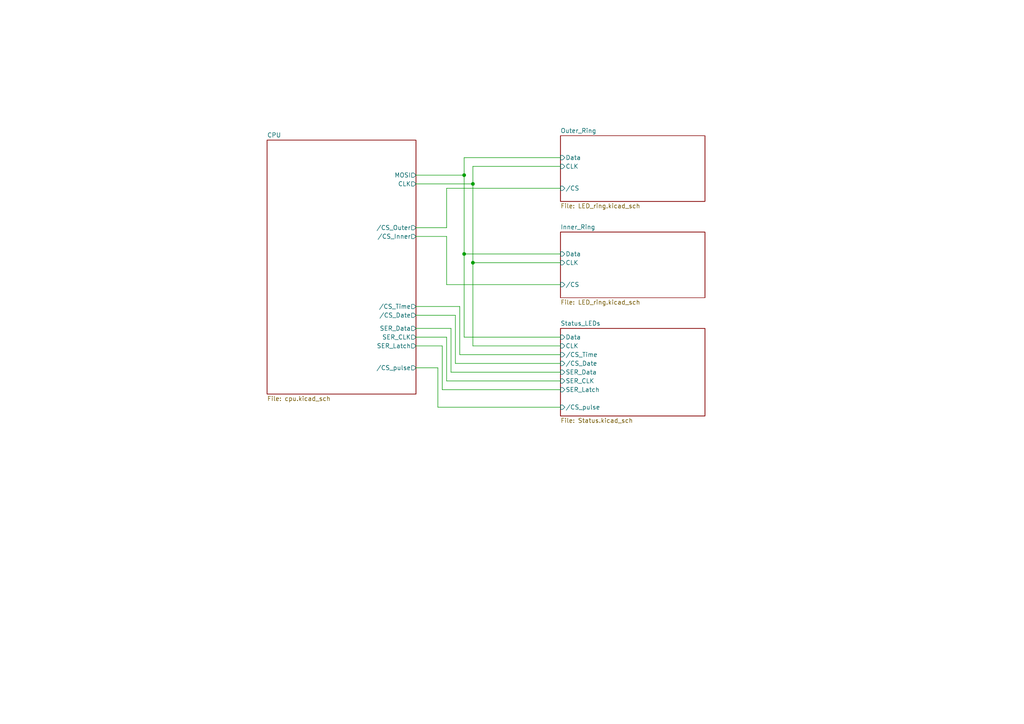
<source format=kicad_sch>
(kicad_sch (version 20211123) (generator eeschema)
  (paper "A4")
  (lib_symbols)
  (junction (at 137.16 53.34))
  (junction (at 137.16 76.2))
  (junction (at 134.62 50.8))
  (junction (at 134.62 73.66))
  (wire (pts (xy 137.16 53.34) (xy 137.16 48.26)))
  (wire (pts (xy 129.54 66.04) (xy 129.54 54.61)))
  (wire (pts (xy 120.65 66.04) (xy 129.54 66.04)))
  (wire (pts (xy 120.65 106.68) (xy 127 106.68)))
  (wire (pts (xy 120.65 50.8) (xy 134.62 50.8)))
  (wire (pts (xy 120.65 68.58) (xy 129.54 68.58)))
  (wire (pts (xy 129.54 54.61) (xy 162.56 54.61)))
  (wire (pts (xy 120.65 100.33) (xy 128.27 100.33)))
  (wire (pts (xy 134.62 50.8) (xy 134.62 45.72)))
  (wire (pts (xy 133.35 88.9) (xy 133.35 102.87)))
  (wire (pts (xy 137.16 76.2) (xy 137.16 53.34)))
  (wire (pts (xy 129.54 110.49) (xy 162.56 110.49)))
  (wire (pts (xy 129.54 82.55) (xy 162.56 82.55)))
  (wire (pts (xy 120.65 95.25) (xy 130.81 95.25)))
  (wire (pts (xy 120.65 53.34) (xy 137.16 53.34)))
  (wire (pts (xy 162.56 73.66) (xy 134.62 73.66)))
  (wire (pts (xy 120.65 88.9) (xy 133.35 88.9)))
  (wire (pts (xy 128.27 100.33) (xy 128.27 113.03)))
  (wire (pts (xy 127 118.11) (xy 162.56 118.11)))
  (wire (pts (xy 130.81 107.95) (xy 162.56 107.95)))
  (wire (pts (xy 134.62 97.79) (xy 162.56 97.79)))
  (wire (pts (xy 129.54 97.79) (xy 129.54 110.49)))
  (wire (pts (xy 120.65 97.79) (xy 129.54 97.79)))
  (wire (pts (xy 129.54 68.58) (xy 129.54 82.55)))
  (wire (pts (xy 132.08 91.44) (xy 132.08 105.41)))
  (wire (pts (xy 134.62 73.66) (xy 134.62 97.79)))
  (wire (pts (xy 137.16 76.2) (xy 137.16 100.33)))
  (wire (pts (xy 134.62 45.72) (xy 162.56 45.72)))
  (wire (pts (xy 127 106.68) (xy 127 118.11)))
  (wire (pts (xy 137.16 100.33) (xy 162.56 100.33)))
  (wire (pts (xy 137.16 48.26) (xy 162.56 48.26)))
  (wire (pts (xy 162.56 76.2) (xy 137.16 76.2)))
  (wire (pts (xy 132.08 105.41) (xy 162.56 105.41)))
  (wire (pts (xy 120.65 91.44) (xy 132.08 91.44)))
  (wire (pts (xy 134.62 73.66) (xy 134.62 50.8)))
  (wire (pts (xy 133.35 102.87) (xy 162.56 102.87)))
  (wire (pts (xy 128.27 113.03) (xy 162.56 113.03)))
  (wire (pts (xy 130.81 95.25) (xy 130.81 107.95)))
  (sheet (at 162.56 95.25) (size 41.91 25.4) (stroke (width 0.1524))
    (property "Sheet name" "Status_LEDs" (at 162.56 94.5384 0) (effects (justify left bottom)))
    (property "Sheet file" "Status.kicad_sch" (at 162.56 121.2346 0) (effects (justify left top)))
    (pin "SER_Data" input (at 162.56 107.95 180))
    (pin "SER_CLK" input (at 162.56 110.49 180))
    (pin "SER_Latch" input (at 162.56 113.03 180))
    (pin "{slash}CS_Date" input (at 162.56 105.41 180))
    (pin "{slash}CS_Time" input (at 162.56 102.87 180))
    (pin "CLK" input (at 162.56 100.33 180))
    (pin "Data" input (at 162.56 97.79 180))
    (pin "{slash}CS_pulse" input (at 162.56 118.11 180))
  )
  (sheet (at 162.56 67.31) (size 41.91 19.05) (stroke (width 0.1524))
    (property "Sheet name" "Inner_Ring" (at 162.56 66.5984 0) (effects (justify left bottom)))
    (property "Sheet file" "LED_ring.kicad_sch" (at 162.56 86.9446 0) (effects (justify left top)))
    (pin "{slash}CS" input (at 162.56 82.55 180))
    (pin "Data" input (at 162.56 73.66 180))
    (pin "CLK" input (at 162.56 76.2 180))
  )
  (sheet (at 77.47 40.64) (size 43.18 73.66) (stroke (width 0.1524))
    (property "Sheet name" "CPU" (at 77.47 39.9284 0) (effects (justify left bottom)))
    (property "Sheet file" "cpu.kicad_sch" (at 77.47 114.8846 0) (effects (justify left top)))
    (pin "CLK" output (at 120.65 53.34 0))
    (pin "MOSI" output (at 120.65 50.8 0))
    (pin "{slash}CS_Inner" output (at 120.65 68.58 0))
    (pin "{slash}CS_Date" output (at 120.65 91.44 0))
    (pin "{slash}CS_Time" output (at 120.65 88.9 0))
    (pin "{slash}CS_Outer" output (at 120.65 66.04 0))
    (pin "SER_CLK" output (at 120.65 97.79 0))
    (pin "SER_Data" output (at 120.65 95.25 0))
    (pin "SER_Latch" output (at 120.65 100.33 0))
    (pin "{slash}CS_pulse" output (at 120.65 106.68 0))
  )
  (sheet (at 162.56 39.37) (size 41.91 19.05) (stroke (width 0.1524))
    (property "Sheet name" "Outer_Ring" (at 162.56 38.6584 0) (effects (justify left bottom)))
    (property "Sheet file" "LED_ring.kicad_sch" (at 162.56 59.0046 0) (effects (justify left top)))
    (pin "{slash}CS" input (at 162.56 54.61 180))
    (pin "Data" input (at 162.56 45.72 180))
    (pin "CLK" input (at 162.56 48.26 180))
  )
)
</source>
